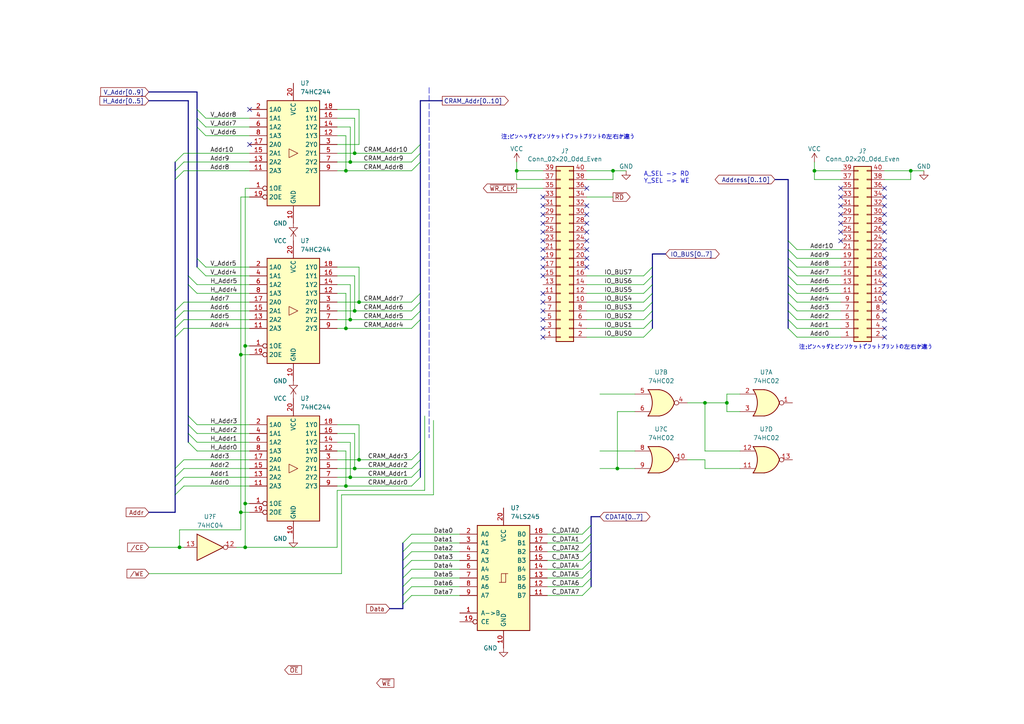
<source format=kicad_sch>
(kicad_sch (version 20211123) (generator eeschema)
  (paper "A4")
  (lib_symbols
    (symbol "74xx:74HC02" (pin_names (offset 1.016))
      (property "Reference" "U" (at 0 1.27 0))
      (property "Value" "74HC02" (at 0 -1.27 0))
      (symbol "74HC02_1_1"
        (arc (start -3.81 -3.81) (mid -2.589 0) (end -3.81 3.81) (stroke (width 0.254)))
        (arc (start -0.6096 -3.81) (mid 2.1842 -2.5851) (end 3.81 0) (stroke (width 0.254)) (fill (type background)))
        (polyline (pts (xy -3.81 -3.81) (xy -0.635 -3.81)) (stroke (width 0.254)) (fill (type background)))
        (polyline (pts (xy -3.81 3.81) (xy -0.635 3.81)) (stroke (width 0.254)) (fill (type background)))
        (polyline (pts (xy -0.635 3.81) (xy -3.81 3.81) (xy -3.81 3.81) (xy -3.556 3.4036) (xy -3.0226 2.2606) (xy -2.6924 1.0414) (xy -2.6162 -0.254) (xy -2.7686 -1.4986) (xy -3.175 -2.7178) (xy -3.81 -3.81) (xy -3.81 -3.81) (xy -0.635 -3.81)) (stroke (width -25.4)) (fill (type background)))
        (arc (start 3.81 0) (mid 2.1915 2.5936) (end -0.6096 3.81) (stroke (width 0.254)) (fill (type background)))
        (pin output inverted (at 7.62 0 180) (length 3.81) (name "~") (number "1"))
        (pin input line (at -7.62 2.54 0) (length 4.318) (name "~") (number "2"))
        (pin input line (at -7.62 -2.54 0) (length 4.318) (name "~") (number "3"))
      )
      (symbol "74HC02_1_2"
        (arc (start 0 -3.81) (mid 3.81 0) (end 0 3.81) (stroke (width 0.254)) (fill (type background)))
        (polyline (pts (xy 0 3.81) (xy -3.81 3.81) (xy -3.81 -3.81) (xy 0 -3.81)) (stroke (width 0.254)) (fill (type background)))
        (pin output line (at 7.62 0 180) (length 3.81) (name "~") (number "1"))
        (pin input inverted (at -7.62 2.54 0) (length 3.81) (name "~") (number "2"))
        (pin input inverted (at -7.62 -2.54 0) (length 3.81) (name "~") (number "3"))
      )
      (symbol "74HC02_2_1"
        (arc (start -3.81 -3.81) (mid -2.589 0) (end -3.81 3.81) (stroke (width 0.254)))
        (arc (start -0.6096 -3.81) (mid 2.1842 -2.5851) (end 3.81 0) (stroke (width 0.254)) (fill (type background)))
        (polyline (pts (xy -3.81 -3.81) (xy -0.635 -3.81)) (stroke (width 0.254)) (fill (type background)))
        (polyline (pts (xy -3.81 3.81) (xy -0.635 3.81)) (stroke (width 0.254)) (fill (type background)))
        (polyline (pts (xy -0.635 3.81) (xy -3.81 3.81) (xy -3.81 3.81) (xy -3.556 3.4036) (xy -3.0226 2.2606) (xy -2.6924 1.0414) (xy -2.6162 -0.254) (xy -2.7686 -1.4986) (xy -3.175 -2.7178) (xy -3.81 -3.81) (xy -3.81 -3.81) (xy -0.635 -3.81)) (stroke (width -25.4)) (fill (type background)))
        (arc (start 3.81 0) (mid 2.1915 2.5936) (end -0.6096 3.81) (stroke (width 0.254)) (fill (type background)))
        (pin output inverted (at 7.62 0 180) (length 3.81) (name "~") (number "4"))
        (pin input line (at -7.62 2.54 0) (length 4.318) (name "~") (number "5"))
        (pin input line (at -7.62 -2.54 0) (length 4.318) (name "~") (number "6"))
      )
      (symbol "74HC02_2_2"
        (arc (start 0 -3.81) (mid 3.81 0) (end 0 3.81) (stroke (width 0.254)) (fill (type background)))
        (polyline (pts (xy 0 3.81) (xy -3.81 3.81) (xy -3.81 -3.81) (xy 0 -3.81)) (stroke (width 0.254)) (fill (type background)))
        (pin output line (at 7.62 0 180) (length 3.81) (name "~") (number "4"))
        (pin input inverted (at -7.62 2.54 0) (length 3.81) (name "~") (number "5"))
        (pin input inverted (at -7.62 -2.54 0) (length 3.81) (name "~") (number "6"))
      )
      (symbol "74HC02_3_1"
        (arc (start -3.81 -3.81) (mid -2.589 0) (end -3.81 3.81) (stroke (width 0.254)))
        (arc (start -0.6096 -3.81) (mid 2.1842 -2.5851) (end 3.81 0) (stroke (width 0.254)) (fill (type background)))
        (polyline (pts (xy -3.81 -3.81) (xy -0.635 -3.81)) (stroke (width 0.254)) (fill (type background)))
        (polyline (pts (xy -3.81 3.81) (xy -0.635 3.81)) (stroke (width 0.254)) (fill (type background)))
        (polyline (pts (xy -0.635 3.81) (xy -3.81 3.81) (xy -3.81 3.81) (xy -3.556 3.4036) (xy -3.0226 2.2606) (xy -2.6924 1.0414) (xy -2.6162 -0.254) (xy -2.7686 -1.4986) (xy -3.175 -2.7178) (xy -3.81 -3.81) (xy -3.81 -3.81) (xy -0.635 -3.81)) (stroke (width -25.4)) (fill (type background)))
        (arc (start 3.81 0) (mid 2.1915 2.5936) (end -0.6096 3.81) (stroke (width 0.254)) (fill (type background)))
        (pin output inverted (at 7.62 0 180) (length 3.81) (name "~") (number "10"))
        (pin input line (at -7.62 2.54 0) (length 4.318) (name "~") (number "8"))
        (pin input line (at -7.62 -2.54 0) (length 4.318) (name "~") (number "9"))
      )
      (symbol "74HC02_3_2"
        (arc (start 0 -3.81) (mid 3.81 0) (end 0 3.81) (stroke (width 0.254)) (fill (type background)))
        (polyline (pts (xy 0 3.81) (xy -3.81 3.81) (xy -3.81 -3.81) (xy 0 -3.81)) (stroke (width 0.254)) (fill (type background)))
        (pin output line (at 7.62 0 180) (length 3.81) (name "~") (number "10"))
        (pin input inverted (at -7.62 2.54 0) (length 3.81) (name "~") (number "8"))
        (pin input inverted (at -7.62 -2.54 0) (length 3.81) (name "~") (number "9"))
      )
      (symbol "74HC02_4_1"
        (arc (start -3.81 -3.81) (mid -2.589 0) (end -3.81 3.81) (stroke (width 0.254)))
        (arc (start -0.6096 -3.81) (mid 2.1842 -2.5851) (end 3.81 0) (stroke (width 0.254)) (fill (type background)))
        (polyline (pts (xy -3.81 -3.81) (xy -0.635 -3.81)) (stroke (width 0.254)) (fill (type background)))
        (polyline (pts (xy -3.81 3.81) (xy -0.635 3.81)) (stroke (width 0.254)) (fill (type background)))
        (polyline (pts (xy -0.635 3.81) (xy -3.81 3.81) (xy -3.81 3.81) (xy -3.556 3.4036) (xy -3.0226 2.2606) (xy -2.6924 1.0414) (xy -2.6162 -0.254) (xy -2.7686 -1.4986) (xy -3.175 -2.7178) (xy -3.81 -3.81) (xy -3.81 -3.81) (xy -0.635 -3.81)) (stroke (width -25.4)) (fill (type background)))
        (arc (start 3.81 0) (mid 2.1915 2.5936) (end -0.6096 3.81) (stroke (width 0.254)) (fill (type background)))
        (pin input line (at -7.62 2.54 0) (length 4.318) (name "~") (number "11"))
        (pin input line (at -7.62 -2.54 0) (length 4.318) (name "~") (number "12"))
        (pin output inverted (at 7.62 0 180) (length 3.81) (name "~") (number "13"))
      )
      (symbol "74HC02_4_2"
        (arc (start 0 -3.81) (mid 3.81 0) (end 0 3.81) (stroke (width 0.254)) (fill (type background)))
        (polyline (pts (xy 0 3.81) (xy -3.81 3.81) (xy -3.81 -3.81) (xy 0 -3.81)) (stroke (width 0.254)) (fill (type background)))
        (pin input inverted (at -7.62 2.54 0) (length 3.81) (name "~") (number "11"))
        (pin input inverted (at -7.62 -2.54 0) (length 3.81) (name "~") (number "12"))
        (pin output line (at 7.62 0 180) (length 3.81) (name "~") (number "13"))
      )
      (symbol "74HC02_5_0"
        (pin power_in line (at 0 12.7 270) (length 5.08) (name "VCC") (number "14"))
        (pin power_in line (at 0 -12.7 90) (length 5.08) (name "GND") (number "7"))
      )
      (symbol "74HC02_5_1"
        (rectangle (start -5.08 7.62) (end 5.08 -7.62) (stroke (width 0.254)) (fill (type background)))
      )
    )
    (symbol "74xx:74HC04"
      (property "Reference" "U" (at 0 1.27 0))
      (property "Value" "74HC04" (at 0 -1.27 0))
      (symbol "74HC04_1_0"
        (polyline (pts (xy -3.81 3.81) (xy -3.81 -3.81) (xy 3.81 0) (xy -3.81 3.81)) (stroke (width 0.254)) (fill (type background)))
        (pin input line (at -7.62 0 0) (length 3.81) (name "~") (number "1"))
        (pin output inverted (at 7.62 0 180) (length 3.81) (name "~") (number "2"))
      )
      (symbol "74HC04_2_0"
        (polyline (pts (xy -3.81 3.81) (xy -3.81 -3.81) (xy 3.81 0) (xy -3.81 3.81)) (stroke (width 0.254)) (fill (type background)))
        (pin input line (at -7.62 0 0) (length 3.81) (name "~") (number "3"))
        (pin output inverted (at 7.62 0 180) (length 3.81) (name "~") (number "4"))
      )
      (symbol "74HC04_3_0"
        (polyline (pts (xy -3.81 3.81) (xy -3.81 -3.81) (xy 3.81 0) (xy -3.81 3.81)) (stroke (width 0.254)) (fill (type background)))
        (pin input line (at -7.62 0 0) (length 3.81) (name "~") (number "5"))
        (pin output inverted (at 7.62 0 180) (length 3.81) (name "~") (number "6"))
      )
      (symbol "74HC04_4_0"
        (polyline (pts (xy -3.81 3.81) (xy -3.81 -3.81) (xy 3.81 0) (xy -3.81 3.81)) (stroke (width 0.254)) (fill (type background)))
        (pin output inverted (at 7.62 0 180) (length 3.81) (name "~") (number "8"))
        (pin input line (at -7.62 0 0) (length 3.81) (name "~") (number "9"))
      )
      (symbol "74HC04_5_0"
        (polyline (pts (xy -3.81 3.81) (xy -3.81 -3.81) (xy 3.81 0) (xy -3.81 3.81)) (stroke (width 0.254)) (fill (type background)))
        (pin output inverted (at 7.62 0 180) (length 3.81) (name "~") (number "10"))
        (pin input line (at -7.62 0 0) (length 3.81) (name "~") (number "11"))
      )
      (symbol "74HC04_6_0"
        (polyline (pts (xy -3.81 3.81) (xy -3.81 -3.81) (xy 3.81 0) (xy -3.81 3.81)) (stroke (width 0.254)) (fill (type background)))
        (pin output inverted (at 7.62 0 180) (length 3.81) (name "~") (number "12"))
        (pin input line (at -7.62 0 0) (length 3.81) (name "~") (number "13"))
      )
      (symbol "74HC04_7_0"
        (pin power_in line (at 0 12.7 270) (length 5.08) (name "VCC") (number "14"))
        (pin power_in line (at 0 -12.7 90) (length 5.08) (name "GND") (number "7"))
      )
      (symbol "74HC04_7_1"
        (rectangle (start -5.08 7.62) (end 5.08 -7.62) (stroke (width 0.254)) (fill (type background)))
      )
    )
    (symbol "74xx:74HC244"
      (property "Reference" "U" (at -7.62 16.51 0))
      (property "Value" "74HC244" (at -7.62 -16.51 0))
      (symbol "74HC244_1_0"
        (polyline (pts (xy 1.27 0) (xy -1.27 1.27) (xy -1.27 -1.27) (xy 1.27 0)) (stroke (width 0.1524)))
        (pin input inverted (at -12.7 -10.16 0) (length 5.08) (name "1OE") (number "1"))
        (pin power_in line (at 0 -20.32 90) (length 5.08) (name "GND") (number "10"))
        (pin input line (at -12.7 -5.08 0) (length 5.08) (name "2A3") (number "11"))
        (pin tri_state line (at 12.7 5.08 180) (length 5.08) (name "1Y3") (number "12"))
        (pin input line (at -12.7 -2.54 0) (length 5.08) (name "2A2") (number "13"))
        (pin tri_state line (at 12.7 7.62 180) (length 5.08) (name "1Y2") (number "14"))
        (pin input line (at -12.7 0 0) (length 5.08) (name "2A1") (number "15"))
        (pin tri_state line (at 12.7 10.16 180) (length 5.08) (name "1Y1") (number "16"))
        (pin input line (at -12.7 2.54 0) (length 5.08) (name "2A0") (number "17"))
        (pin tri_state line (at 12.7 12.7 180) (length 5.08) (name "1Y0") (number "18"))
        (pin input inverted (at -12.7 -12.7 0) (length 5.08) (name "2OE") (number "19"))
        (pin input line (at -12.7 12.7 0) (length 5.08) (name "1A0") (number "2"))
        (pin power_in line (at 0 20.32 270) (length 5.08) (name "VCC") (number "20"))
        (pin tri_state line (at 12.7 2.54 180) (length 5.08) (name "2Y0") (number "3"))
        (pin input line (at -12.7 10.16 0) (length 5.08) (name "1A1") (number "4"))
        (pin tri_state line (at 12.7 0 180) (length 5.08) (name "2Y1") (number "5"))
        (pin input line (at -12.7 7.62 0) (length 5.08) (name "1A2") (number "6"))
        (pin tri_state line (at 12.7 -2.54 180) (length 5.08) (name "2Y2") (number "7"))
        (pin input line (at -12.7 5.08 0) (length 5.08) (name "1A3") (number "8"))
        (pin tri_state line (at 12.7 -5.08 180) (length 5.08) (name "2Y3") (number "9"))
      )
      (symbol "74HC244_1_1"
        (rectangle (start -7.62 15.24) (end 7.62 -15.24) (stroke (width 0.254)) (fill (type background)))
      )
    )
    (symbol "74xx:74LS245" (pin_names (offset 1.016))
      (property "Reference" "U" (at -7.62 16.51 0))
      (property "Value" "74LS245" (at -7.62 -16.51 0))
      (symbol "74LS245_1_0"
        (polyline (pts (xy -0.635 -1.27) (xy -0.635 1.27) (xy 0.635 1.27)))
        (polyline (pts (xy -1.27 -1.27) (xy 0.635 -1.27) (xy 0.635 1.27) (xy 1.27 1.27)))
        (pin input line (at -12.7 -10.16 0) (length 5.08) (name "A->B") (number "1"))
        (pin power_in line (at 0 -20.32 90) (length 5.08) (name "GND") (number "10"))
        (pin tri_state line (at 12.7 -5.08 180) (length 5.08) (name "B7") (number "11"))
        (pin tri_state line (at 12.7 -2.54 180) (length 5.08) (name "B6") (number "12"))
        (pin tri_state line (at 12.7 0 180) (length 5.08) (name "B5") (number "13"))
        (pin tri_state line (at 12.7 2.54 180) (length 5.08) (name "B4") (number "14"))
        (pin tri_state line (at 12.7 5.08 180) (length 5.08) (name "B3") (number "15"))
        (pin tri_state line (at 12.7 7.62 180) (length 5.08) (name "B2") (number "16"))
        (pin tri_state line (at 12.7 10.16 180) (length 5.08) (name "B1") (number "17"))
        (pin tri_state line (at 12.7 12.7 180) (length 5.08) (name "B0") (number "18"))
        (pin input inverted (at -12.7 -12.7 0) (length 5.08) (name "CE") (number "19"))
        (pin tri_state line (at -12.7 12.7 0) (length 5.08) (name "A0") (number "2"))
        (pin power_in line (at 0 20.32 270) (length 5.08) (name "VCC") (number "20"))
        (pin tri_state line (at -12.7 10.16 0) (length 5.08) (name "A1") (number "3"))
        (pin tri_state line (at -12.7 7.62 0) (length 5.08) (name "A2") (number "4"))
        (pin tri_state line (at -12.7 5.08 0) (length 5.08) (name "A3") (number "5"))
        (pin tri_state line (at -12.7 2.54 0) (length 5.08) (name "A4") (number "6"))
        (pin tri_state line (at -12.7 0 0) (length 5.08) (name "A5") (number "7"))
        (pin tri_state line (at -12.7 -2.54 0) (length 5.08) (name "A6") (number "8"))
        (pin tri_state line (at -12.7 -5.08 0) (length 5.08) (name "A7") (number "9"))
      )
      (symbol "74LS245_1_1"
        (rectangle (start -7.62 15.24) (end 7.62 -15.24) (stroke (width 0.254)) (fill (type background)))
      )
    )
    (symbol "Connector_Generic:Conn_02x20_Odd_Even" (pin_names (offset 1.016) hide)
      (property "Reference" "J" (at 1.27 25.4 0))
      (property "Value" "Conn_02x20_Odd_Even" (at 1.27 -27.94 0))
      (symbol "Conn_02x20_Odd_Even_1_1"
        (rectangle (start -1.27 -25.273) (end 0 -25.527) (stroke (width 0.1524)))
        (rectangle (start -1.27 -22.733) (end 0 -22.987) (stroke (width 0.1524)))
        (rectangle (start -1.27 -20.193) (end 0 -20.447) (stroke (width 0.1524)))
        (rectangle (start -1.27 -17.653) (end 0 -17.907) (stroke (width 0.1524)))
        (rectangle (start -1.27 -15.113) (end 0 -15.367) (stroke (width 0.1524)))
        (rectangle (start -1.27 -12.573) (end 0 -12.827) (stroke (width 0.1524)))
        (rectangle (start -1.27 -10.033) (end 0 -10.287) (stroke (width 0.1524)))
        (rectangle (start -1.27 -7.493) (end 0 -7.747) (stroke (width 0.1524)))
        (rectangle (start -1.27 -4.953) (end 0 -5.207) (stroke (width 0.1524)))
        (rectangle (start -1.27 -2.413) (end 0 -2.667) (stroke (width 0.1524)))
        (rectangle (start -1.27 0.127) (end 0 -0.127) (stroke (width 0.1524)))
        (rectangle (start -1.27 2.667) (end 0 2.413) (stroke (width 0.1524)))
        (rectangle (start -1.27 5.207) (end 0 4.953) (stroke (width 0.1524)))
        (rectangle (start -1.27 7.747) (end 0 7.493) (stroke (width 0.1524)))
        (rectangle (start -1.27 10.287) (end 0 10.033) (stroke (width 0.1524)))
        (rectangle (start -1.27 12.827) (end 0 12.573) (stroke (width 0.1524)))
        (rectangle (start -1.27 15.367) (end 0 15.113) (stroke (width 0.1524)))
        (rectangle (start -1.27 17.907) (end 0 17.653) (stroke (width 0.1524)))
        (rectangle (start -1.27 20.447) (end 0 20.193) (stroke (width 0.1524)))
        (rectangle (start -1.27 22.987) (end 0 22.733) (stroke (width 0.1524)))
        (rectangle (start -1.27 24.13) (end 3.81 -26.67) (stroke (width 0.254)) (fill (type background)))
        (rectangle (start 3.81 -25.273) (end 2.54 -25.527) (stroke (width 0.1524)))
        (rectangle (start 3.81 -22.733) (end 2.54 -22.987) (stroke (width 0.1524)))
        (rectangle (start 3.81 -20.193) (end 2.54 -20.447) (stroke (width 0.1524)))
        (rectangle (start 3.81 -17.653) (end 2.54 -17.907) (stroke (width 0.1524)))
        (rectangle (start 3.81 -15.113) (end 2.54 -15.367) (stroke (width 0.1524)))
        (rectangle (start 3.81 -12.573) (end 2.54 -12.827) (stroke (width 0.1524)))
        (rectangle (start 3.81 -10.033) (end 2.54 -10.287) (stroke (width 0.1524)))
        (rectangle (start 3.81 -7.493) (end 2.54 -7.747) (stroke (width 0.1524)))
        (rectangle (start 3.81 -4.953) (end 2.54 -5.207) (stroke (width 0.1524)))
        (rectangle (start 3.81 -2.413) (end 2.54 -2.667) (stroke (width 0.1524)))
        (rectangle (start 3.81 0.127) (end 2.54 -0.127) (stroke (width 0.1524)))
        (rectangle (start 3.81 2.667) (end 2.54 2.413) (stroke (width 0.1524)))
        (rectangle (start 3.81 5.207) (end 2.54 4.953) (stroke (width 0.1524)))
        (rectangle (start 3.81 7.747) (end 2.54 7.493) (stroke (width 0.1524)))
        (rectangle (start 3.81 10.287) (end 2.54 10.033) (stroke (width 0.1524)))
        (rectangle (start 3.81 12.827) (end 2.54 12.573) (stroke (width 0.1524)))
        (rectangle (start 3.81 15.367) (end 2.54 15.113) (stroke (width 0.1524)))
        (rectangle (start 3.81 17.907) (end 2.54 17.653) (stroke (width 0.1524)))
        (rectangle (start 3.81 20.447) (end 2.54 20.193) (stroke (width 0.1524)))
        (rectangle (start 3.81 22.987) (end 2.54 22.733) (stroke (width 0.1524)))
        (pin passive line (at -5.08 22.86 0) (length 3.81) (name "Pin_1") (number "1"))
        (pin passive line (at 7.62 12.7 180) (length 3.81) (name "Pin_10") (number "10"))
        (pin passive line (at -5.08 10.16 0) (length 3.81) (name "Pin_11") (number "11"))
        (pin passive line (at 7.62 10.16 180) (length 3.81) (name "Pin_12") (number "12"))
        (pin passive line (at -5.08 7.62 0) (length 3.81) (name "Pin_13") (number "13"))
        (pin passive line (at 7.62 7.62 180) (length 3.81) (name "Pin_14") (number "14"))
        (pin passive line (at -5.08 5.08 0) (length 3.81) (name "Pin_15") (number "15"))
        (pin passive line (at 7.62 5.08 180) (length 3.81) (name "Pin_16") (number "16"))
        (pin passive line (at -5.08 2.54 0) (length 3.81) (name "Pin_17") (number "17"))
        (pin passive line (at 7.62 2.54 180) (length 3.81) (name "Pin_18") (number "18"))
        (pin passive line (at -5.08 0 0) (length 3.81) (name "Pin_19") (number "19"))
        (pin passive line (at 7.62 22.86 180) (length 3.81) (name "Pin_2") (number "2"))
        (pin passive line (at 7.62 0 180) (length 3.81) (name "Pin_20") (number "20"))
        (pin passive line (at -5.08 -2.54 0) (length 3.81) (name "Pin_21") (number "21"))
        (pin passive line (at 7.62 -2.54 180) (length 3.81) (name "Pin_22") (number "22"))
        (pin passive line (at -5.08 -5.08 0) (length 3.81) (name "Pin_23") (number "23"))
        (pin passive line (at 7.62 -5.08 180) (length 3.81) (name "Pin_24") (number "24"))
        (pin passive line (at -5.08 -7.62 0) (length 3.81) (name "Pin_25") (number "25"))
        (pin passive line (at 7.62 -7.62 180) (length 3.81) (name "Pin_26") (number "26"))
        (pin passive line (at -5.08 -10.16 0) (length 3.81) (name "Pin_27") (number "27"))
        (pin passive line (at 7.62 -10.16 180) (length 3.81) (name "Pin_28") (number "28"))
        (pin passive line (at -5.08 -12.7 0) (length 3.81) (name "Pin_29") (number "29"))
        (pin passive line (at -5.08 20.32 0) (length 3.81) (name "Pin_3") (number "3"))
        (pin passive line (at 7.62 -12.7 180) (length 3.81) (name "Pin_30") (number "30"))
        (pin passive line (at -5.08 -15.24 0) (length 3.81) (name "Pin_31") (number "31"))
        (pin passive line (at 7.62 -15.24 180) (length 3.81) (name "Pin_32") (number "32"))
        (pin passive line (at -5.08 -17.78 0) (length 3.81) (name "Pin_33") (number "33"))
        (pin passive line (at 7.62 -17.78 180) (length 3.81) (name "Pin_34") (number "34"))
        (pin passive line (at -5.08 -20.32 0) (length 3.81) (name "Pin_35") (number "35"))
        (pin passive line (at 7.62 -20.32 180) (length 3.81) (name "Pin_36") (number "36"))
        (pin passive line (at -5.08 -22.86 0) (length 3.81) (name "Pin_37") (number "37"))
        (pin passive line (at 7.62 -22.86 180) (length 3.81) (name "Pin_38") (number "38"))
        (pin passive line (at -5.08 -25.4 0) (length 3.81) (name "Pin_39") (number "39"))
        (pin passive line (at 7.62 20.32 180) (length 3.81) (name "Pin_4") (number "4"))
        (pin passive line (at 7.62 -25.4 180) (length 3.81) (name "Pin_40") (number "40"))
        (pin passive line (at -5.08 17.78 0) (length 3.81) (name "Pin_5") (number "5"))
        (pin passive line (at 7.62 17.78 180) (length 3.81) (name "Pin_6") (number "6"))
        (pin passive line (at -5.08 15.24 0) (length 3.81) (name "Pin_7") (number "7"))
        (pin passive line (at 7.62 15.24 180) (length 3.81) (name "Pin_8") (number "8"))
        (pin passive line (at -5.08 12.7 0) (length 3.81) (name "Pin_9") (number "9"))
      )
    )
    (symbol "power:GND" (power) (pin_names (offset 0))
      (property "Value" "GND" (at 0 -3.81 0))
      (symbol "GND_0_1"
        (polyline (pts (xy 0 0) (xy 0 -1.27) (xy 1.27 -1.27) (xy 0 -2.54) (xy -1.27 -1.27) (xy 0 -1.27)))
      )
      (symbol "GND_1_1"
        (pin power_in line (at 0 0 270) (length 0) hide (name "GND") (number "1"))
      )
    )
    (symbol "power:VCC" (power) (pin_names (offset 0))
      (property "Value" "VCC" (at 0 3.81 0))
      (symbol "VCC_0_1"
        (polyline (pts (xy -0.762 1.27) (xy 0 2.54)))
        (polyline (pts (xy 0 0) (xy 0 2.54)))
        (polyline (pts (xy 0 2.54) (xy 0.762 1.27)))
      )
      (symbol "VCC_1_1"
        (pin power_in line (at 0 0 90) (length 0) hide (name "VCC") (number "1"))
      )
    )
  )
  (junction (at 52.07 158.75))
  (junction (at 102.87 135.89))
  (junction (at 264.16 49.53))
  (junction (at 149.86 49.53))
  (junction (at 100.33 140.97))
  (junction (at 104.14 133.35))
  (junction (at 69.85 148.59))
  (junction (at 69.85 102.87))
  (junction (at 210.82 116.84))
  (junction (at 100.33 49.53))
  (junction (at 236.22 49.53))
  (junction (at 71.12 158.75))
  (junction (at 102.87 90.17))
  (junction (at 179.07 135.89))
  (junction (at 177.8 49.53))
  (junction (at 204.47 116.84))
  (junction (at 104.14 87.63))
  (junction (at 101.6 138.43))
  (junction (at 101.6 92.71))
  (junction (at 100.33 95.25))
  (junction (at 102.87 44.45))
  (junction (at 71.12 100.33))
  (junction (at 71.12 146.05))
  (junction (at 101.6 46.99))
  (no_connect (at 256.54 82.55))
  (no_connect (at 157.48 72.39))
  (no_connect (at 157.48 74.93))
  (no_connect (at 157.48 77.47))
  (no_connect (at 157.48 80.01))
  (no_connect (at 157.48 67.31))
  (no_connect (at 157.48 69.85))
  (no_connect (at 170.18 67.31))
  (no_connect (at 157.48 95.25))
  (no_connect (at 256.54 69.85))
  (no_connect (at 170.18 77.47))
  (no_connect (at 157.48 92.71))
  (no_connect (at 256.54 87.63))
  (no_connect (at 170.18 54.61))
  (no_connect (at 170.18 69.85))
  (no_connect (at 256.54 67.31))
  (no_connect (at 256.54 85.09))
  (no_connect (at 256.54 74.93))
  (no_connect (at 157.48 85.09))
  (no_connect (at 157.48 97.79))
  (no_connect (at 170.18 64.77))
  (no_connect (at 170.18 62.23))
  (no_connect (at 256.54 77.47))
  (no_connect (at 170.18 72.39))
  (no_connect (at 256.54 92.71))
  (no_connect (at 170.18 59.69))
  (no_connect (at 256.54 72.39))
  (no_connect (at 243.84 62.23))
  (no_connect (at 243.84 59.69))
  (no_connect (at 256.54 95.25))
  (no_connect (at 256.54 64.77))
  (no_connect (at 256.54 90.17))
  (no_connect (at 170.18 74.93))
  (no_connect (at 157.48 57.15))
  (no_connect (at 157.48 59.69))
  (no_connect (at 157.48 87.63))
  (no_connect (at 256.54 62.23))
  (no_connect (at 256.54 59.69))
  (no_connect (at 256.54 57.15))
  (no_connect (at 157.48 90.17))
  (no_connect (at 72.39 41.91))
  (no_connect (at 157.48 64.77))
  (no_connect (at 157.48 62.23))
  (no_connect (at 243.84 67.31))
  (no_connect (at 243.84 69.85))
  (no_connect (at 243.84 64.77))
  (no_connect (at 243.84 57.15))
  (no_connect (at 243.84 54.61))
  (no_connect (at 256.54 54.61))
  (no_connect (at 256.54 80.01))
  (no_connect (at 256.54 97.79))
  (no_connect (at 72.39 31.75))
  (bus_entry (at 50.8 49.53) (size 2.54 -2.54))
  (bus_entry (at 119.38 133.35) (size 2.54 -2.54))
  (bus_entry (at 119.38 138.43) (size 2.54 -2.54))
  (bus_entry (at 168.91 160.02) (size 2.54 -2.54))
  (bus_entry (at 54.61 123.19) (size 2.54 2.54))
  (bus_entry (at 119.38 49.53) (size 2.54 -2.54))
  (bus_entry (at 54.61 82.55) (size 2.54 2.54))
  (bus_entry (at 189.23 85.09) (size -2.54 2.54))
  (bus_entry (at 119.38 92.71) (size 2.54 -2.54))
  (bus_entry (at 50.8 135.89) (size 2.54 -2.54))
  (bus_entry (at 116.84 172.72) (size 2.54 -2.54))
  (bus_entry (at 228.6 90.17) (size 2.54 2.54))
  (bus_entry (at 54.61 128.27) (size 2.54 2.54))
  (bus_entry (at 57.15 77.47) (size 2.54 2.54))
  (bus_entry (at 189.23 82.55) (size -2.54 2.54))
  (bus_entry (at 228.6 72.39) (size 2.54 2.54))
  (bus_entry (at 50.8 90.17) (size 2.54 -2.54))
  (bus_entry (at 116.84 157.48) (size 2.54 -2.54))
  (bus_entry (at 50.8 97.79) (size 2.54 -2.54))
  (bus_entry (at 50.8 46.99) (size 2.54 -2.54))
  (bus_entry (at 168.91 162.56) (size 2.54 -2.54))
  (bus_entry (at 168.91 157.48) (size 2.54 -2.54))
  (bus_entry (at 228.6 85.09) (size 2.54 2.54))
  (bus_entry (at 50.8 92.71) (size 2.54 -2.54))
  (bus_entry (at 119.38 44.45) (size 2.54 -2.54))
  (bus_entry (at 119.38 140.97) (size 2.54 -2.54))
  (bus_entry (at 168.91 165.1) (size 2.54 -2.54))
  (bus_entry (at 119.38 46.99) (size 2.54 -2.54))
  (bus_entry (at 189.23 77.47) (size -2.54 2.54))
  (bus_entry (at 57.15 74.93) (size 2.54 2.54))
  (bus_entry (at 228.6 87.63) (size 2.54 2.54))
  (bus_entry (at 57.15 36.83) (size 2.54 2.54))
  (bus_entry (at 116.84 165.1) (size 2.54 -2.54))
  (bus_entry (at 116.84 170.18) (size 2.54 -2.54))
  (bus_entry (at 50.8 95.25) (size 2.54 -2.54))
  (bus_entry (at 54.61 80.01) (size 2.54 2.54))
  (bus_entry (at 54.61 120.65) (size 2.54 2.54))
  (bus_entry (at 50.8 143.51) (size 2.54 -2.54))
  (bus_entry (at 189.23 92.71) (size -2.54 2.54))
  (bus_entry (at 228.6 80.01) (size 2.54 2.54))
  (bus_entry (at 228.6 92.71) (size 2.54 2.54))
  (bus_entry (at 54.61 125.73) (size 2.54 2.54))
  (bus_entry (at 228.6 95.25) (size 2.54 2.54))
  (bus_entry (at 116.84 162.56) (size 2.54 -2.54))
  (bus_entry (at 228.6 77.47) (size 2.54 2.54))
  (bus_entry (at 119.38 87.63) (size 2.54 -2.54))
  (bus_entry (at 119.38 95.25) (size 2.54 -2.54))
  (bus_entry (at 228.6 69.85) (size 2.54 2.54))
  (bus_entry (at 189.23 87.63) (size -2.54 2.54))
  (bus_entry (at 57.15 34.29) (size 2.54 2.54))
  (bus_entry (at 119.38 135.89) (size 2.54 -2.54))
  (bus_entry (at 116.84 160.02) (size 2.54 -2.54))
  (bus_entry (at 168.91 154.94) (size 2.54 -2.54))
  (bus_entry (at 50.8 52.07) (size 2.54 -2.54))
  (bus_entry (at 57.15 31.75) (size 2.54 2.54))
  (bus_entry (at 228.6 74.93) (size 2.54 2.54))
  (bus_entry (at 189.23 80.01) (size -2.54 2.54))
  (bus_entry (at 168.91 167.64) (size 2.54 -2.54))
  (bus_entry (at 168.91 170.18) (size 2.54 -2.54))
  (bus_entry (at 116.84 175.26) (size 2.54 -2.54))
  (bus_entry (at 168.91 172.72) (size 2.54 -2.54))
  (bus_entry (at 189.23 90.17) (size -2.54 2.54))
  (bus_entry (at 119.38 90.17) (size 2.54 -2.54))
  (bus_entry (at 50.8 140.97) (size 2.54 -2.54))
  (bus_entry (at 228.6 82.55) (size 2.54 2.54))
  (bus_entry (at 50.8 138.43) (size 2.54 -2.54))
  (bus_entry (at 116.84 167.64) (size 2.54 -2.54))
  (bus_entry (at 189.23 95.25) (size -2.54 2.54))
  (wire (pts (xy 104.14 87.63) (xy 104.14 77.47)))
  (bus (pts (xy 54.61 80.01) (xy 54.61 82.55)))
  (bus (pts (xy 228.6 80.01) (xy 228.6 82.55)))
  (bus (pts (xy 57.15 36.83) (xy 57.15 74.93)))
  (wire (pts (xy 264.16 52.07) (xy 256.54 52.07)))
  (bus (pts (xy 121.92 29.21) (xy 128.27 29.21)))
  (wire (pts (xy 97.79 142.24) (xy 123.19 142.24)))
  (bus (pts (xy 43.18 29.21) (xy 54.61 29.21)))
  (wire (pts (xy 53.34 46.99) (xy 72.39 46.99)))
  (bus (pts (xy 57.15 74.93) (xy 57.15 77.47)))
  (bus (pts (xy 43.18 148.59) (xy 50.8 148.59)))
  (wire (pts (xy 157.48 49.53) (xy 149.86 49.53)))
  (wire (pts (xy 57.15 85.09) (xy 72.39 85.09)))
  (wire (pts (xy 204.47 135.89) (xy 214.63 135.89)))
  (wire (pts (xy 231.14 80.01) (xy 243.84 80.01)))
  (bus (pts (xy 228.6 72.39) (xy 228.6 74.93)))
  (bus (pts (xy 171.45 162.56) (xy 171.45 160.02)))
  (wire (pts (xy 231.14 74.93) (xy 243.84 74.93)))
  (wire (pts (xy 59.69 77.47) (xy 72.39 77.47)))
  (bus (pts (xy 171.45 149.86) (xy 171.45 152.4)))
  (bus (pts (xy 50.8 140.97) (xy 50.8 143.51)))
  (wire (pts (xy 102.87 135.89) (xy 102.87 125.73)))
  (bus (pts (xy 116.84 176.53) (xy 113.03 176.53)))
  (bus (pts (xy 171.45 154.94) (xy 171.45 152.4)))
  (wire (pts (xy 69.85 148.59) (xy 72.39 148.59)))
  (wire (pts (xy 101.6 46.99) (xy 101.6 36.83)))
  (bus (pts (xy 50.8 135.89) (xy 50.8 138.43)))
  (wire (pts (xy 236.22 49.53) (xy 236.22 52.07)))
  (wire (pts (xy 231.14 97.79) (xy 243.84 97.79)))
  (wire (pts (xy 104.14 31.75) (xy 97.79 31.75)))
  (bus (pts (xy 50.8 138.43) (xy 50.8 140.97)))
  (bus (pts (xy 228.6 77.47) (xy 228.6 80.01)))
  (wire (pts (xy 199.39 133.35) (xy 204.47 133.35)))
  (wire (pts (xy 97.79 140.97) (xy 100.33 140.97)))
  (wire (pts (xy 173.99 130.81) (xy 184.15 130.81)))
  (wire (pts (xy 158.75 167.64) (xy 168.91 167.64)))
  (bus (pts (xy 50.8 46.99) (xy 50.8 49.53)))
  (bus (pts (xy 228.6 82.55) (xy 228.6 85.09)))
  (wire (pts (xy 119.38 162.56) (xy 133.35 162.56)))
  (wire (pts (xy 177.8 49.53) (xy 170.18 49.53)))
  (bus (pts (xy 54.61 125.73) (xy 54.61 128.27)))
  (wire (pts (xy 210.82 116.84) (xy 210.82 114.3)))
  (wire (pts (xy 267.97 49.53) (xy 264.16 49.53)))
  (wire (pts (xy 97.79 46.99) (xy 101.6 46.99)))
  (bus (pts (xy 50.8 143.51) (xy 50.8 148.59)))
  (wire (pts (xy 101.6 36.83) (xy 97.79 36.83)))
  (wire (pts (xy 204.47 133.35) (xy 204.47 135.89)))
  (bus (pts (xy 57.15 26.67) (xy 57.15 31.75)))
  (polyline (pts (xy 124.46 25.4) (xy 124.46 127)))
  (bus (pts (xy 116.84 167.64) (xy 116.84 170.18)))
  (wire (pts (xy 231.14 85.09) (xy 243.84 85.09)))
  (wire (pts (xy 101.6 92.71) (xy 101.6 82.55)))
  (wire (pts (xy 186.69 90.17) (xy 170.18 90.17)))
  (wire (pts (xy 71.12 100.33) (xy 71.12 146.05)))
  (wire (pts (xy 231.14 95.25) (xy 243.84 95.25)))
  (wire (pts (xy 210.82 114.3) (xy 214.63 114.3)))
  (wire (pts (xy 179.07 135.89) (xy 184.15 135.89)))
  (wire (pts (xy 57.15 125.73) (xy 72.39 125.73)))
  (bus (pts (xy 228.6 92.71) (xy 228.6 95.25)))
  (wire (pts (xy 69.85 153.67) (xy 69.85 148.59)))
  (wire (pts (xy 97.79 90.17) (xy 102.87 90.17)))
  (wire (pts (xy 43.18 166.37) (xy 99.06 166.37)))
  (wire (pts (xy 101.6 92.71) (xy 119.38 92.71)))
  (bus (pts (xy 189.23 87.63) (xy 189.23 90.17)))
  (wire (pts (xy 243.84 52.07) (xy 236.22 52.07)))
  (bus (pts (xy 50.8 52.07) (xy 50.8 90.17)))
  (wire (pts (xy 101.6 82.55) (xy 97.79 82.55)))
  (bus (pts (xy 50.8 97.79) (xy 50.8 135.89)))
  (bus (pts (xy 50.8 49.53) (xy 50.8 52.07)))
  (bus (pts (xy 121.92 133.35) (xy 121.92 130.81)))
  (wire (pts (xy 119.38 172.72) (xy 133.35 172.72)))
  (wire (pts (xy 59.69 39.37) (xy 72.39 39.37)))
  (wire (pts (xy 59.69 80.01) (xy 72.39 80.01)))
  (wire (pts (xy 43.18 158.75) (xy 52.07 158.75)))
  (wire (pts (xy 104.14 133.35) (xy 119.38 133.35)))
  (wire (pts (xy 71.12 146.05) (xy 72.39 146.05)))
  (wire (pts (xy 149.86 46.99) (xy 149.86 49.53)))
  (wire (pts (xy 119.38 165.1) (xy 133.35 165.1)))
  (bus (pts (xy 189.23 73.66) (xy 189.23 77.47)))
  (wire (pts (xy 71.12 146.05) (xy 71.12 158.75)))
  (bus (pts (xy 116.84 175.26) (xy 116.84 176.53)))
  (wire (pts (xy 210.82 119.38) (xy 210.82 116.84)))
  (bus (pts (xy 116.84 160.02) (xy 116.84 162.56)))
  (wire (pts (xy 102.87 34.29) (xy 97.79 34.29)))
  (wire (pts (xy 52.07 158.75) (xy 53.34 158.75)))
  (wire (pts (xy 57.15 128.27) (xy 72.39 128.27)))
  (wire (pts (xy 97.79 44.45) (xy 102.87 44.45)))
  (wire (pts (xy 104.14 123.19) (xy 97.79 123.19)))
  (wire (pts (xy 231.14 77.47) (xy 243.84 77.47)))
  (wire (pts (xy 177.8 52.07) (xy 170.18 52.07)))
  (bus (pts (xy 116.84 157.48) (xy 116.84 160.02)))
  (bus (pts (xy 57.15 31.75) (xy 57.15 34.29)))
  (wire (pts (xy 71.12 54.61) (xy 71.12 100.33)))
  (bus (pts (xy 43.18 26.67) (xy 57.15 26.67)))
  (wire (pts (xy 71.12 54.61) (xy 72.39 54.61)))
  (wire (pts (xy 243.84 49.53) (xy 236.22 49.53)))
  (wire (pts (xy 214.63 119.38) (xy 210.82 119.38)))
  (wire (pts (xy 53.34 135.89) (xy 72.39 135.89)))
  (wire (pts (xy 104.14 77.47) (xy 97.79 77.47)))
  (wire (pts (xy 53.34 90.17) (xy 72.39 90.17)))
  (wire (pts (xy 158.75 157.48) (xy 168.91 157.48)))
  (wire (pts (xy 236.22 46.99) (xy 236.22 49.53)))
  (wire (pts (xy 204.47 130.81) (xy 204.47 116.84)))
  (wire (pts (xy 158.75 162.56) (xy 168.91 162.56)))
  (wire (pts (xy 231.14 82.55) (xy 243.84 82.55)))
  (wire (pts (xy 177.8 49.53) (xy 177.8 52.07)))
  (wire (pts (xy 102.87 44.45) (xy 119.38 44.45)))
  (bus (pts (xy 116.84 170.18) (xy 116.84 172.72)))
  (wire (pts (xy 53.34 92.71) (xy 72.39 92.71)))
  (wire (pts (xy 158.75 154.94) (xy 168.91 154.94)))
  (wire (pts (xy 71.12 100.33) (xy 72.39 100.33)))
  (wire (pts (xy 186.69 80.01) (xy 170.18 80.01)))
  (wire (pts (xy 52.07 153.67) (xy 52.07 158.75)))
  (wire (pts (xy 100.33 85.09) (xy 97.79 85.09)))
  (wire (pts (xy 100.33 49.53) (xy 100.33 39.37)))
  (bus (pts (xy 189.23 92.71) (xy 189.23 95.25)))
  (wire (pts (xy 97.79 49.53) (xy 100.33 49.53)))
  (wire (pts (xy 57.15 82.55) (xy 72.39 82.55)))
  (wire (pts (xy 231.14 90.17) (xy 243.84 90.17)))
  (wire (pts (xy 149.86 49.53) (xy 149.86 52.07)))
  (wire (pts (xy 184.15 119.38) (xy 179.07 119.38)))
  (bus (pts (xy 228.6 52.07) (xy 228.6 69.85)))
  (bus (pts (xy 228.6 69.85) (xy 228.6 72.39)))
  (wire (pts (xy 59.69 36.83) (xy 72.39 36.83)))
  (bus (pts (xy 173.99 149.86) (xy 171.45 149.86)))
  (wire (pts (xy 149.86 54.61) (xy 157.48 54.61)))
  (wire (pts (xy 102.87 44.45) (xy 102.87 34.29)))
  (wire (pts (xy 97.79 138.43) (xy 101.6 138.43)))
  (bus (pts (xy 189.23 90.17) (xy 189.23 92.71)))
  (wire (pts (xy 264.16 49.53) (xy 264.16 52.07)))
  (wire (pts (xy 59.69 34.29) (xy 72.39 34.29)))
  (bus (pts (xy 171.45 160.02) (xy 171.45 157.48)))
  (wire (pts (xy 100.33 95.25) (xy 119.38 95.25)))
  (wire (pts (xy 53.34 138.43) (xy 72.39 138.43)))
  (wire (pts (xy 186.69 95.25) (xy 170.18 95.25)))
  (wire (pts (xy 186.69 97.79) (xy 170.18 97.79)))
  (bus (pts (xy 189.23 82.55) (xy 189.23 85.09)))
  (wire (pts (xy 186.69 82.55) (xy 170.18 82.55)))
  (wire (pts (xy 97.79 95.25) (xy 100.33 95.25)))
  (wire (pts (xy 102.87 90.17) (xy 119.38 90.17)))
  (wire (pts (xy 214.63 130.81) (xy 204.47 130.81)))
  (bus (pts (xy 171.45 167.64) (xy 171.45 165.1)))
  (wire (pts (xy 186.69 85.09) (xy 170.18 85.09)))
  (wire (pts (xy 177.8 57.15) (xy 170.18 57.15)))
  (wire (pts (xy 101.6 138.43) (xy 119.38 138.43)))
  (wire (pts (xy 119.38 167.64) (xy 133.35 167.64)))
  (bus (pts (xy 228.6 90.17) (xy 228.6 92.71)))
  (wire (pts (xy 53.34 133.35) (xy 72.39 133.35)))
  (bus (pts (xy 189.23 85.09) (xy 189.23 87.63)))
  (bus (pts (xy 121.92 46.99) (xy 121.92 44.45)))
  (bus (pts (xy 228.6 74.93) (xy 228.6 77.47)))
  (wire (pts (xy 100.33 95.25) (xy 100.33 85.09)))
  (bus (pts (xy 189.23 80.01) (xy 189.23 82.55)))
  (wire (pts (xy 100.33 49.53) (xy 119.38 49.53)))
  (bus (pts (xy 50.8 90.17) (xy 50.8 92.71)))
  (bus (pts (xy 54.61 123.19) (xy 54.61 125.73)))
  (wire (pts (xy 99.06 143.51) (xy 125.73 143.51)))
  (wire (pts (xy 97.79 92.71) (xy 101.6 92.71)))
  (wire (pts (xy 119.38 157.48) (xy 133.35 157.48)))
  (bus (pts (xy 116.84 162.56) (xy 116.84 165.1)))
  (wire (pts (xy 102.87 80.01) (xy 97.79 80.01)))
  (wire (pts (xy 97.79 135.89) (xy 102.87 135.89)))
  (wire (pts (xy 104.14 41.91) (xy 104.14 31.75)))
  (bus (pts (xy 228.6 85.09) (xy 228.6 87.63)))
  (bus (pts (xy 121.92 92.71) (xy 121.92 90.17)))
  (bus (pts (xy 224.79 52.07) (xy 228.6 52.07)))
  (wire (pts (xy 157.48 52.07) (xy 149.86 52.07)))
  (wire (pts (xy 101.6 128.27) (xy 97.79 128.27)))
  (bus (pts (xy 54.61 120.65) (xy 54.61 123.19)))
  (wire (pts (xy 158.75 165.1) (xy 168.91 165.1)))
  (wire (pts (xy 104.14 87.63) (xy 119.38 87.63)))
  (bus (pts (xy 121.92 135.89) (xy 121.92 133.35)))
  (bus (pts (xy 50.8 95.25) (xy 50.8 97.79)))
  (wire (pts (xy 97.79 87.63) (xy 104.14 87.63)))
  (bus (pts (xy 121.92 44.45) (xy 121.92 41.91)))
  (wire (pts (xy 100.33 130.81) (xy 97.79 130.81)))
  (bus (pts (xy 121.92 85.09) (xy 121.92 46.99)))
  (bus (pts (xy 50.8 92.71) (xy 50.8 95.25)))
  (bus (pts (xy 121.92 138.43) (xy 121.92 135.89)))
  (wire (pts (xy 100.33 140.97) (xy 100.33 130.81)))
  (wire (pts (xy 53.34 95.25) (xy 72.39 95.25)))
  (bus (pts (xy 116.84 172.72) (xy 116.84 175.26)))
  (wire (pts (xy 181.61 49.53) (xy 177.8 49.53)))
  (wire (pts (xy 231.14 92.71) (xy 243.84 92.71)))
  (wire (pts (xy 69.85 102.87) (xy 72.39 102.87)))
  (wire (pts (xy 186.69 92.71) (xy 170.18 92.71)))
  (wire (pts (xy 102.87 135.89) (xy 119.38 135.89)))
  (wire (pts (xy 231.14 87.63) (xy 243.84 87.63)))
  (wire (pts (xy 119.38 170.18) (xy 133.35 170.18)))
  (wire (pts (xy 99.06 143.51) (xy 99.06 166.37)))
  (wire (pts (xy 100.33 140.97) (xy 119.38 140.97)))
  (wire (pts (xy 119.38 160.02) (xy 133.35 160.02)))
  (bus (pts (xy 189.23 77.47) (xy 189.23 80.01)))
  (wire (pts (xy 102.87 90.17) (xy 102.87 80.01)))
  (wire (pts (xy 123.19 142.24) (xy 123.19 120.65)))
  (wire (pts (xy 102.87 125.73) (xy 97.79 125.73)))
  (wire (pts (xy 71.12 158.75) (xy 97.79 158.75)))
  (bus (pts (xy 116.84 165.1) (xy 116.84 167.64)))
  (wire (pts (xy 119.38 154.94) (xy 133.35 154.94)))
  (wire (pts (xy 52.07 153.67) (xy 69.85 153.67)))
  (bus (pts (xy 228.6 87.63) (xy 228.6 90.17)))
  (wire (pts (xy 199.39 116.84) (xy 204.47 116.84)))
  (wire (pts (xy 101.6 46.99) (xy 119.38 46.99)))
  (wire (pts (xy 97.79 41.91) (xy 104.14 41.91)))
  (bus (pts (xy 193.04 73.66) (xy 189.23 73.66)))
  (wire (pts (xy 179.07 119.38) (xy 179.07 135.89)))
  (wire (pts (xy 53.34 44.45) (xy 72.39 44.45)))
  (wire (pts (xy 101.6 138.43) (xy 101.6 128.27)))
  (wire (pts (xy 186.69 87.63) (xy 170.18 87.63)))
  (wire (pts (xy 68.58 158.75) (xy 71.12 158.75)))
  (bus (pts (xy 121.92 41.91) (xy 121.92 29.21)))
  (wire (pts (xy 69.85 57.15) (xy 69.85 102.87)))
  (bus (pts (xy 121.92 87.63) (xy 121.92 85.09)))
  (bus (pts (xy 121.92 90.17) (xy 121.92 87.63)))
  (wire (pts (xy 231.14 72.39) (xy 243.84 72.39)))
  (wire (pts (xy 100.33 39.37) (xy 97.79 39.37)))
  (bus (pts (xy 57.15 34.29) (xy 57.15 36.83)))
  (wire (pts (xy 53.34 49.53) (xy 72.39 49.53)))
  (wire (pts (xy 158.75 172.72) (xy 168.91 172.72)))
  (wire (pts (xy 53.34 140.97) (xy 72.39 140.97)))
  (bus (pts (xy 171.45 170.18) (xy 171.45 167.64)))
  (wire (pts (xy 97.79 158.75) (xy 97.79 142.24)))
  (wire (pts (xy 125.73 143.51) (xy 125.73 121.92)))
  (wire (pts (xy 173.99 114.3) (xy 184.15 114.3)))
  (wire (pts (xy 53.34 87.63) (xy 72.39 87.63)))
  (wire (pts (xy 57.15 123.19) (xy 72.39 123.19)))
  (wire (pts (xy 158.75 160.02) (xy 168.91 160.02)))
  (wire (pts (xy 104.14 133.35) (xy 104.14 123.19)))
  (wire (pts (xy 97.79 133.35) (xy 104.14 133.35)))
  (wire (pts (xy 158.75 170.18) (xy 168.91 170.18)))
  (bus (pts (xy 54.61 29.21) (xy 54.61 80.01)))
  (wire (pts (xy 57.15 130.81) (xy 72.39 130.81)))
  (wire (pts (xy 69.85 102.87) (xy 69.85 148.59)))
  (bus (pts (xy 54.61 82.55) (xy 54.61 120.65)))
  (bus (pts (xy 121.92 130.81) (xy 121.92 92.71)))
  (wire (pts (xy 204.47 116.84) (xy 210.82 116.84)))
  (bus (pts (xy 171.45 165.1) (xy 171.45 162.56)))
  (wire (pts (xy 264.16 49.53) (xy 256.54 49.53)))
  (wire (pts (xy 72.39 57.15) (xy 69.85 57.15)))
  (bus (pts (xy 171.45 157.48) (xy 171.45 154.94)))
  (wire (pts (xy 173.99 135.89) (xy 179.07 135.89)))
  (text "注:ピンヘッダとピンソケットでフットプリントの左右が違う" (at 270.51 101.6 180) (effects (font (size 1.27 1.27)) (justify right bottom)))
  (text "A_SEL -> RD\nY_SEL -> WE" (at 186.69 53.34 0) (effects (font (size 1.27 1.27)) (justify left bottom)))
  (text "注:ピンヘッダとピンソケットでフットプリントの左右が違う" (at 184.15 40.64 180) (effects (font (size 1.27 1.27)) (justify right bottom)))
  (label "Addr6" (at 60.96 90.17 0))
  (label "CRAM_Addr9" (at 105.41 46.99 0))
  (label "CRAM_Addr5" (at 105.41 92.71 0))
  (label "CRAM_Addr4" (at 105.41 95.25 0))
  (label "CRAM_Addr1" (at 106.68 138.43 0))
  (label "CRAM_Addr0" (at 106.68 140.97 0))
  (label "IO_BUS5" (at 175.26 85.09 0))
  (label "Addr9" (at 234.95 74.93 0))
  (label "Data6" (at 125.73 170.18 0))
  (label "C_DATA5" (at 160.02 167.64 0))
  (label "IO_BUS7" (at 175.26 80.01 0))
  (label "Data5" (at 125.73 167.64 0))
  (label "IO_BUS1" (at 175.26 95.25 0))
  (label "H_Addr5" (at 60.96 82.55 0))
  (label "Addr4" (at 234.95 87.63 0))
  (label "Data3" (at 125.73 162.56 0))
  (label "CRAM_Addr10" (at 105.41 44.45 0))
  (label "Data7" (at 125.73 172.72 0))
  (label "V_Addr7" (at 60.96 36.83 0))
  (label "Data4" (at 125.73 165.1 0))
  (label "CRAM_Addr8" (at 105.41 49.53 0))
  (label "C_DATA3" (at 160.02 162.56 0))
  (label "C_DATA2" (at 160.02 160.02 0))
  (label "C_DATA0" (at 160.02 154.94 0))
  (label "Addr8" (at 234.95 77.47 0))
  (label "IO_BUS3" (at 175.26 90.17 0))
  (label "Addr7" (at 60.96 87.63 0))
  (label "CRAM_Addr3" (at 106.68 133.35 0))
  (label "Addr0" (at 60.96 140.97 0))
  (label "CRAM_Addr6" (at 105.41 90.17 0))
  (label "Addr7" (at 234.95 80.01 0))
  (label "Data2" (at 125.73 160.02 0))
  (label "Addr1" (at 60.96 138.43 0))
  (label "C_DATA7" (at 160.02 172.72 0))
  (label "Addr2" (at 60.96 135.89 0))
  (label "V_Addr4" (at 60.96 80.01 0))
  (label "Addr8" (at 60.96 49.53 0))
  (label "Addr0" (at 234.95 97.79 0))
  (label "Addr3" (at 234.95 90.17 0))
  (label "Addr6" (at 234.95 82.55 0))
  (label "Addr10" (at 60.96 44.45 0))
  (label "V_Addr6" (at 60.96 39.37 0))
  (label "IO_BUS0" (at 175.26 97.79 0))
  (label "Data1" (at 125.73 157.48 0))
  (label "Addr5" (at 234.95 85.09 0))
  (label "Addr9" (at 60.96 46.99 0))
  (label "C_DATA6" (at 160.02 170.18 0))
  (label "Addr10" (at 234.95 72.39 0))
  (label "H_Addr2" (at 60.96 125.73 0))
  (label "H_Addr4" (at 60.96 85.09 0))
  (label "Addr2" (at 234.95 92.71 0))
  (label "IO_BUS6" (at 175.26 82.55 0))
  (label "Addr4" (at 60.96 95.25 0))
  (label "CRAM_Addr7" (at 105.41 87.63 0))
  (label "IO_BUS2" (at 175.26 92.71 0))
  (label "IO_BUS4" (at 175.26 87.63 0))
  (label "Data0" (at 125.73 154.94 0))
  (label "CRAM_Addr2" (at 106.68 135.89 0))
  (label "C_DATA4" (at 160.02 165.1 0))
  (label "H_Addr3" (at 60.96 123.19 0))
  (label "H_Addr1" (at 60.96 128.27 0))
  (label "Addr5" (at 60.96 92.71 0))
  (label "Addr1" (at 234.95 95.25 0))
  (label "C_DATA1" (at 160.02 157.48 0))
  (label "V_Addr8" (at 60.96 34.29 0))
  (label "V_Addr5" (at 60.96 77.47 0))
  (label "Addr3" (at 60.96 133.35 0))
  (label "H_Addr0" (at 60.96 130.81 0))
  (global_label "{slash}WE" (shape input) (at 43.18 166.37 180) (property "Intersheet References" "${INTERSHEET_REFS}" (effects hide)))
  (global_label "H_Addr[0..5]" (shape input) (at 43.18 29.21 180) (property "Intersheet References" "${INTERSHEET_REFS}" (effects hide)))
  (global_label "Addr" (shape input) (at 43.18 148.59 180) (property "Intersheet References" "${INTERSHEET_REFS}" (effects hide)))
  (global_label "~{WR_CLK}" (shape output) (at 149.86 54.61 180) (property "Intersheet References" "${INTERSHEET_REFS}" (effects hide)))
  (global_label "CDATA[0..7]" (shape bidirectional) (at 173.99 149.86 0) (property "Intersheet References" "${INTERSHEET_REFS}" (effects hide)))
  (global_label "CRAM_Addr[0..10]" (shape output) (at 128.27 29.21 0) (property "Intersheet References" "${INTERSHEET_REFS}" (effects hide)))
  (global_label "~{RD}" (shape output) (at 177.8 57.15 0) (property "シート間のリファレンス" "${INTERSHEET_REFS}" (effects hide)))
  (global_label "Data" (shape input) (at 113.03 176.53 180) (property "Intersheet References" "${INTERSHEET_REFS}" (effects hide)))
  (global_label "V_Addr[0..9]" (shape input) (at 43.18 26.67 180) (property "Intersheet References" "${INTERSHEET_REFS}" (effects hide)))
  (global_label "{slash}CE" (shape input) (at 43.18 158.75 180) (property "Intersheet References" "${INTERSHEET_REFS}" (effects hide)))
  (global_label "IO_BUS[0..7]" (shape bidirectional) (at 193.04 73.66 0) (property "Intersheet References" "${INTERSHEET_REFS}" (effects hide)))
  (global_label "Address[0..10]" (shape tri_state) (at 224.79 52.07 180) (property "Intersheet References" "${INTERSHEET_REFS}" (effects hide)))
  (global_label "~{WE}" (shape input) (at 109.22 198.12 0) (property "Intersheet References" "${INTERSHEET_REFS}" (effects hide)))
  (global_label "~{OE}" (shape input) (at 82.55 194.31 0) (property "Intersheet References" "${INTERSHEET_REFS}" (effects hide)))
  (symbol (lib_id "power:GND") (at 267.97 49.53 0) (mirror y) (unit 1)
    (property "Reference" "#PWR?" (effects hide))
    (property "Value" "GND" (at 267.97 48.26 0))
  )
  (symbol (lib_id "Connector_Generic:Conn_02x20_Odd_Even") (at 248.92 74.93 0) (mirror x) (unit 1)
    (property "Reference" "J?" (at 250.19 43.815 0))
    (property "Value" "Conn_02x20_Odd_Even" (at 250.19 46.1264 0))
    (property "Footprint" "Connector_PinSocket_2.54mm:PinSocket_2x20_P2.54mm_Vertical" (effects hide))
  )
  (symbol (lib_id "74xx:74HC04") (at 60.96 158.75 0) (unit 6)
    (property "Reference" "U?" (at 60.96 149.86 0))
    (property "Value" "74HC04" (at 60.96 152.4 0))
    (property "Datasheet" "https://assets.nexperia.com/documents/data-sheet/74HC_HCT04.pdf" (effects hide))
  )
  (symbol (lib_id "74xx:74HC244") (at 85.09 90.17 0) (unit 1)
    (property "Reference" "U?" (at 87.1094 69.85 0) (effects (justify left)))
    (property "Value" "74HC244" (at 87.1094 72.39 0) (effects (justify left)))
    (property "Datasheet" "https://assets.nexperia.com/documents/data-sheet/74HC_HCT244.pdf" (effects hide))
  )
  (symbol (lib_id "power:VCC") (at 85.09 69.85 0) (unit 1)
    (property "Reference" "#PWR?" (effects hide))
    (property "Value" "VCC" (at 81.28 69.85 0))
  )
  (symbol (lib_id "power:VCC") (at 85.09 115.57 0) (unit 1)
    (property "Reference" "#PWR?" (effects hide))
    (property "Value" "VCC" (at 81.28 115.57 0))
  )
  (symbol (lib_id "74xx:74HC02") (at 191.77 133.35 0) (unit 3)
    (property "Reference" "U?" (at 191.77 124.46 0))
    (property "Value" "74HC02" (at 191.77 127 0))
    (property "Datasheet" "http://www.ti.com/lit/gpn/sn74hc02" (effects hide))
  )
  (symbol (lib_id "power:GND") (at 85.09 110.49 0) (unit 1)
    (property "Reference" "#PWR?" (effects hide))
    (property "Value" "GND" (at 81.28 110.49 0))
  )
  (symbol (lib_id "74xx:74HC02") (at 222.25 116.84 0) (unit 1)
    (property "Reference" "U?" (at 222.25 107.95 0))
    (property "Value" "74HC02" (at 222.25 110.49 0))
    (property "Datasheet" "http://www.ti.com/lit/gpn/sn74hc02" (effects hide))
  )
  (symbol (lib_id "74xx:74HC244") (at 85.09 135.89 0) (unit 1)
    (property "Reference" "U?" (at 87.1094 115.57 0) (effects (justify left)))
    (property "Value" "74HC244" (at 87.1094 118.11 0) (effects (justify left)))
    (property "Datasheet" "https://assets.nexperia.com/documents/data-sheet/74HC_HCT244.pdf" (effects hide))
  )
  (symbol (lib_id "power:GND") (at 85.09 156.21 0) (unit 1)
    (property "Reference" "#PWR?" (effects hide))
    (property "Value" "GND" (at 81.28 156.21 0))
  )
  (symbol (lib_id "74xx:74HC244") (at 85.09 44.45 0) (unit 1)
    (property "Reference" "U?" (at 87.1094 24.13 0) (effects (justify left)))
    (property "Value" "74HC244" (at 87.1094 26.67 0) (effects (justify left)))
    (property "Datasheet" "https://assets.nexperia.com/documents/data-sheet/74HC_HCT244.pdf" (effects hide))
  )
  (symbol (lib_id "power:GND") (at 146.05 187.96 0) (unit 1)
    (property "Reference" "#PWR?" (effects hide))
    (property "Value" "GND" (at 142.24 187.96 0))
  )
  (symbol (lib_id "74xx:74HC02") (at 222.25 133.35 0) (mirror x) (unit 4)
    (property "Reference" "U?" (at 222.25 124.46 0))
    (property "Value" "74HC02" (at 222.25 127 0))
    (property "Datasheet" "http://www.ti.com/lit/gpn/sn74hc02" (effects hide))
  )
  (symbol (lib_id "74xx:74LS245") (at 146.05 167.64 0) (unit 1)
    (property "Reference" "U?" (at 148.0694 147.32 0) (effects (justify left)))
    (property "Value" "74LS245" (at 148.0694 149.86 0) (effects (justify left)))
    (property "Datasheet" "http://www.ti.com/lit/gpn/sn74LS245" (effects hide))
  )
  (symbol (lib_id "power:GND") (at 85.09 64.77 0) (unit 1)
    (property "Reference" "#PWR?" (effects hide))
    (property "Value" "GND" (at 81.28 64.77 0))
  )
  (symbol (lib_id "power:GND") (at 181.61 49.53 0) (mirror y) (unit 1)
    (property "Reference" "#PWR?" (effects hide))
    (property "Value" "GND" (at 181.61 48.26 0))
  )
  (symbol (lib_id "Connector_Generic:Conn_02x20_Odd_Even") (at 162.56 74.93 0) (mirror x) (unit 1)
    (property "Reference" "J?" (at 163.83 43.815 0))
    (property "Value" "Conn_02x20_Odd_Even" (at 163.83 46.1264 0))
    (property "Footprint" "Connector_PinSocket_2.54mm:PinSocket_2x20_P2.54mm_Vertical" (effects hide))
  )
  (symbol (lib_id "power:VCC") (at 149.86 46.99 0) (mirror y) (unit 1)
    (property "Reference" "#PWR?" (effects hide))
    (property "Value" "VCC" (at 149.86 43.18 0))
  )
  (symbol (lib_id "74xx:74HC02") (at 191.77 116.84 0) (unit 2)
    (property "Reference" "U?" (at 191.77 107.95 0))
    (property "Value" "74HC02" (at 191.77 110.49 0))
    (property "Datasheet" "http://www.ti.com/lit/gpn/sn74hc02" (effects hide))
  )
  (symbol (lib_id "power:VCC") (at 236.22 46.99 0) (mirror y) (unit 1)
    (property "Reference" "#PWR?" (effects hide))
    (property "Value" "VCC" (at 236.22 43.18 0))
  )
)
</source>
